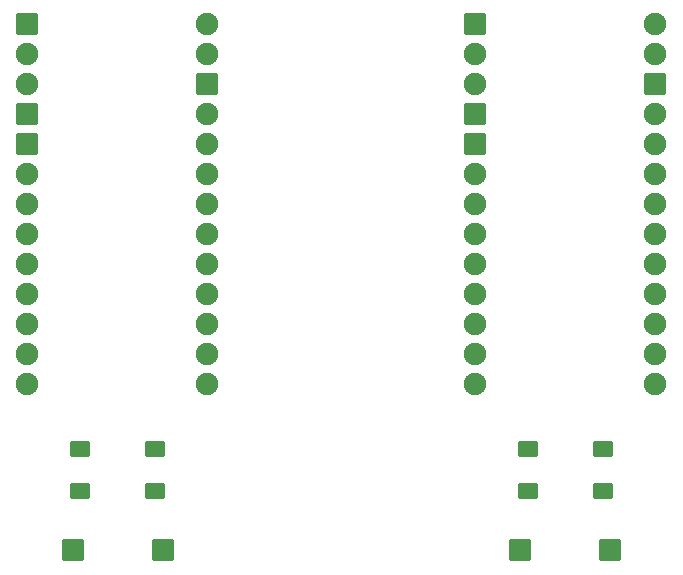
<source format=gbr>
%TF.GenerationSoftware,KiCad,Pcbnew,9.0.7*%
%TF.CreationDate,2026-02-05T22:02:29+07:00*%
%TF.ProjectId,Lapka42,4c61706b-6134-4322-9e6b-696361645f70,rev?*%
%TF.SameCoordinates,Original*%
%TF.FileFunction,Paste,Top*%
%TF.FilePolarity,Positive*%
%FSLAX46Y46*%
G04 Gerber Fmt 4.6, Leading zero omitted, Abs format (unit mm)*
G04 Created by KiCad (PCBNEW 9.0.7) date 2026-02-05 22:02:29*
%MOMM*%
%LPD*%
G01*
G04 APERTURE LIST*
G04 Aperture macros list*
%AMRoundRect*
0 Rectangle with rounded corners*
0 $1 Rounding radius*
0 $2 $3 $4 $5 $6 $7 $8 $9 X,Y pos of 4 corners*
0 Add a 4 corners polygon primitive as box body*
4,1,4,$2,$3,$4,$5,$6,$7,$8,$9,$2,$3,0*
0 Add four circle primitives for the rounded corners*
1,1,$1+$1,$2,$3*
1,1,$1+$1,$4,$5*
1,1,$1+$1,$6,$7*
1,1,$1+$1,$8,$9*
0 Add four rect primitives between the rounded corners*
20,1,$1+$1,$2,$3,$4,$5,0*
20,1,$1+$1,$4,$5,$6,$7,0*
20,1,$1+$1,$6,$7,$8,$9,0*
20,1,$1+$1,$8,$9,$2,$3,0*%
G04 Aperture macros list end*
%ADD10O,1.900000X1.900000*%
%ADD11RoundRect,0.250000X-0.700000X-0.700000X0.700000X-0.700000X0.700000X0.700000X-0.700000X0.700000X0*%
%ADD12RoundRect,0.210000X-0.640000X-0.490000X0.640000X-0.490000X0.640000X0.490000X-0.640000X0.490000X0*%
G04 APERTURE END LIST*
D10*
%TO.C,U1*%
X244269698Y-118759200D03*
X244269698Y-121299200D03*
D11*
X244269698Y-123839200D03*
D10*
X244269698Y-126379200D03*
X244269698Y-128919200D03*
X244269698Y-131459200D03*
X244269698Y-133999200D03*
X244269698Y-136539200D03*
X244269698Y-139079200D03*
X244269698Y-141619200D03*
X244269698Y-144159200D03*
X244269698Y-146699200D03*
X244269698Y-149239200D03*
X229029698Y-149239200D03*
X229029698Y-146699200D03*
X229029698Y-144159200D03*
X229029698Y-141619200D03*
X229029698Y-139079200D03*
X229029698Y-136539200D03*
X229029698Y-133999200D03*
X229029698Y-131459200D03*
D11*
X229029698Y-128919200D03*
X229029698Y-126379200D03*
D10*
X229029698Y-123839200D03*
X229029698Y-121299200D03*
D11*
X229029698Y-118759200D03*
%TD*%
D12*
%TO.C,SW44*%
X201900001Y-158269701D03*
X195600001Y-158269701D03*
X201900001Y-154669701D03*
X195600001Y-154669701D03*
%TD*%
D10*
%TO.C,U2*%
X206357545Y-118759186D03*
X206357545Y-121299186D03*
D11*
X206357545Y-123839186D03*
D10*
X206357545Y-126379186D03*
X206357545Y-128919186D03*
X206357545Y-131459186D03*
X206357545Y-133999186D03*
X206357545Y-136539186D03*
X206357545Y-139079186D03*
X206357545Y-141619186D03*
X206357545Y-144159186D03*
X206357545Y-146699186D03*
X206357545Y-149239186D03*
X191117545Y-149239186D03*
X191117545Y-146699186D03*
X191117545Y-144159186D03*
X191117545Y-141619186D03*
X191117545Y-139079186D03*
X191117545Y-136539186D03*
X191117545Y-133999186D03*
X191117545Y-131459186D03*
D11*
X191117545Y-128919186D03*
X191117545Y-126379186D03*
D10*
X191117545Y-123839186D03*
X191117545Y-121299186D03*
D11*
X191117545Y-118759186D03*
%TD*%
%TO.C,B1*%
X240472152Y-163259856D03*
X232852152Y-163259856D03*
%TD*%
%TO.C,B2*%
X202560011Y-163259856D03*
X194940011Y-163259856D03*
%TD*%
D12*
%TO.C,SW43*%
X239812151Y-158269701D03*
X233512151Y-158269701D03*
X239812151Y-154669701D03*
X233512151Y-154669701D03*
%TD*%
M02*

</source>
